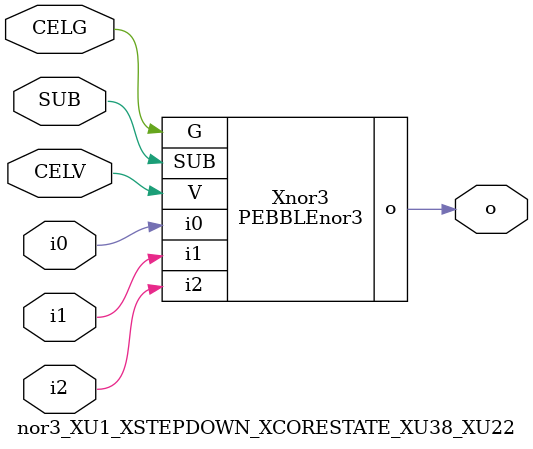
<source format=v>



module PEBBLEnor3 ( o, G, SUB, V, i0, i1, i2 );

  input i0;
  input V;
  input i2;
  input i1;
  input G;
  output o;
  input SUB;
endmodule

//Celera Confidential Do Not Copy nor3_XU1_XSTEPDOWN_XCORESTATE_XU38_XU22
//Celera Confidential Symbol Generator
//NOR3
module nor3_XU1_XSTEPDOWN_XCORESTATE_XU38_XU22 (CELV,CELG,i0,i1,i2,o,SUB);
input CELV;
input CELG;
input i0;
input i1;
input i2;
input SUB;
output o;

//Celera Confidential Do Not Copy nor3
PEBBLEnor3 Xnor3(
.V (CELV),
.i0 (i0),
.i1 (i1),
.i2 (i2),
.o (o),
.SUB (SUB),
.G (CELG)
);
//,diesize,PEBBLEnor3

//Celera Confidential Do Not Copy Module End
//Celera Schematic Generator
endmodule

</source>
